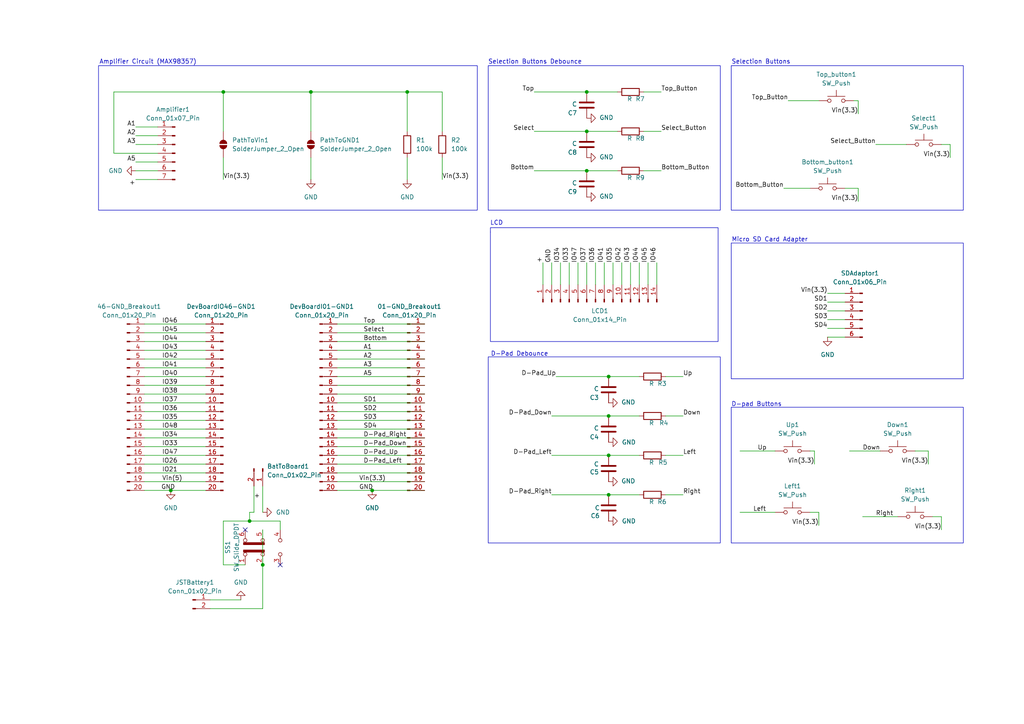
<source format=kicad_sch>
(kicad_sch (version 20231120) (generator "eeschema") (generator_version "8.0")
  (paper "A4")
  (title_block (title "Brain Buddies Assistive Device") (date "2024-11-04") (rev "1.0") (company "Brain Buddies") (comment 2 "Dustin Miller") (comment 3 "Giselle Mendoza") (comment 4 "Melissa De La Cruz"))
  (lib_symbols
    (symbol "Connector:Conn_01x02_Pin" (pin_names (offset 1.016) hide)
      (property "Reference" "J" (at 0 2.54 0))
      (property "Value" "Conn_01x02_Pin" (at 0 -5.08 0))
      (symbol "Conn_01x02_Pin_1_1"
        (polyline (pts (xy 1.27 -2.54) (xy 0.8636 -2.54)) (stroke (width 0.1524)))
        (polyline (pts (xy 1.27 0) (xy 0.8636 0)) (stroke (width 0.1524)))
        (rectangle (start 0.8636 -2.413) (end 0 -2.667) (stroke (width 0.1524)) (fill (type outline)))
        (rectangle (start 0.8636 0.127) (end 0 -0.127) (stroke (width 0.1524)) (fill (type outline)))
        (pin passive line (at 5.08 0 180) (length 3.81) (name "Pin_1") (number "1"))
        (pin passive line (at 5.08 -2.54 180) (length 3.81) (name "Pin_2") (number "2"))
      )
    )
    (symbol "Connector:Conn_01x06_Pin" (pin_names (offset 1.016) hide)
      (property "Reference" "J" (at 0 7.62 0))
      (property "Value" "Conn_01x06_Pin" (at 0 -10.16 0))
      (symbol "Conn_01x06_Pin_1_1"
        (polyline (pts (xy 1.27 -7.62) (xy 0.8636 -7.62)) (stroke (width 0.1524)))
        (polyline (pts (xy 1.27 -5.08) (xy 0.8636 -5.08)) (stroke (width 0.1524)))
        (polyline (pts (xy 1.27 -2.54) (xy 0.8636 -2.54)) (stroke (width 0.1524)))
        (polyline (pts (xy 1.27 0) (xy 0.8636 0)) (stroke (width 0.1524)))
        (polyline (pts (xy 1.27 2.54) (xy 0.8636 2.54)) (stroke (width 0.1524)))
        (polyline (pts (xy 1.27 5.08) (xy 0.8636 5.08)) (stroke (width 0.1524)))
        (rectangle (start 0.8636 -7.493) (end 0 -7.747) (stroke (width 0.1524)) (fill (type outline)))
        (rectangle (start 0.8636 -4.953) (end 0 -5.207) (stroke (width 0.1524)) (fill (type outline)))
        (rectangle (start 0.8636 -2.413) (end 0 -2.667) (stroke (width 0.1524)) (fill (type outline)))
        (rectangle (start 0.8636 0.127) (end 0 -0.127) (stroke (width 0.1524)) (fill (type outline)))
        (rectangle (start 0.8636 2.667) (end 0 2.413) (stroke (width 0.1524)) (fill (type outline)))
        (rectangle (start 0.8636 5.207) (end 0 4.953) (stroke (width 0.1524)) (fill (type outline)))
        (pin passive line (at 5.08 5.08 180) (length 3.81) (name "Pin_1") (number "1"))
        (pin passive line (at 5.08 2.54 180) (length 3.81) (name "Pin_2") (number "2"))
        (pin passive line (at 5.08 0 180) (length 3.81) (name "Pin_3") (number "3"))
        (pin passive line (at 5.08 -2.54 180) (length 3.81) (name "Pin_4") (number "4"))
        (pin passive line (at 5.08 -5.08 180) (length 3.81) (name "Pin_5") (number "5"))
        (pin passive line (at 5.08 -7.62 180) (length 3.81) (name "Pin_6") (number "6"))
      )
    )
    (symbol "Connector:Conn_01x07_Pin" (pin_names (offset 1.016) hide)
      (property "Reference" "J" (at 0 10.16 0))
      (property "Value" "Conn_01x07_Pin" (at 0 -10.16 0))
      (symbol "Conn_01x07_Pin_1_1"
        (polyline (pts (xy 1.27 -7.62) (xy 0.8636 -7.62)) (stroke (width 0.1524)))
        (polyline (pts (xy 1.27 -5.08) (xy 0.8636 -5.08)) (stroke (width 0.1524)))
        (polyline (pts (xy 1.27 -2.54) (xy 0.8636 -2.54)) (stroke (width 0.1524)))
        (polyline (pts (xy 1.27 0) (xy 0.8636 0)) (stroke (width 0.1524)))
        (polyline (pts (xy 1.27 2.54) (xy 0.8636 2.54)) (stroke (width 0.1524)))
        (polyline (pts (xy 1.27 5.08) (xy 0.8636 5.08)) (stroke (width 0.1524)))
        (polyline (pts (xy 1.27 7.62) (xy 0.8636 7.62)) (stroke (width 0.1524)))
        (rectangle (start 0.8636 -7.493) (end 0 -7.747) (stroke (width 0.1524)) (fill (type outline)))
        (rectangle (start 0.8636 -4.953) (end 0 -5.207) (stroke (width 0.1524)) (fill (type outline)))
        (rectangle (start 0.8636 -2.413) (end 0 -2.667) (stroke (width 0.1524)) (fill (type outline)))
        (rectangle (start 0.8636 0.127) (end 0 -0.127) (stroke (width 0.1524)) (fill (type outline)))
        (rectangle (start 0.8636 2.667) (end 0 2.413) (stroke (width 0.1524)) (fill (type outline)))
        (rectangle (start 0.8636 5.207) (end 0 4.953) (stroke (width 0.1524)) (fill (type outline)))
        (rectangle (start 0.8636 7.747) (end 0 7.493) (stroke (width 0.1524)) (fill (type outline)))
        (pin passive line (at 5.08 7.62 180) (length 3.81) (name "Pin_1") (number "1"))
        (pin passive line (at 5.08 5.08 180) (length 3.81) (name "Pin_2") (number "2"))
        (pin passive line (at 5.08 2.54 180) (length 3.81) (name "Pin_3") (number "3"))
        (pin passive line (at 5.08 0 180) (length 3.81) (name "Pin_4") (number "4"))
        (pin passive line (at 5.08 -2.54 180) (length 3.81) (name "Pin_5") (number "5"))
        (pin passive line (at 5.08 -5.08 180) (length 3.81) (name "Pin_6") (number "6"))
        (pin passive line (at 5.08 -7.62 180) (length 3.81) (name "Pin_7") (number "7"))
      )
    )
    (symbol "Connector:Conn_01x14_Pin" (pin_names (offset 1.016) hide)
      (property "Reference" "J" (at 0 17.78 0))
      (property "Value" "Conn_01x14_Pin" (at 0 -20.32 0))
      (symbol "Conn_01x14_Pin_1_1"
        (polyline (pts (xy 1.27 -17.78) (xy 0.8636 -17.78)) (stroke (width 0.1524)))
        (polyline (pts (xy 1.27 -15.24) (xy 0.8636 -15.24)) (stroke (width 0.1524)))
        (polyline (pts (xy 1.27 -12.7) (xy 0.8636 -12.7)) (stroke (width 0.1524)))
        (polyline (pts (xy 1.27 -10.16) (xy 0.8636 -10.16)) (stroke (width 0.1524)))
        (polyline (pts (xy 1.27 -7.62) (xy 0.8636 -7.62)) (stroke (width 0.1524)))
        (polyline (pts (xy 1.27 -5.08) (xy 0.8636 -5.08)) (stroke (width 0.1524)))
        (polyline (pts (xy 1.27 -2.54) (xy 0.8636 -2.54)) (stroke (width 0.1524)))
        (polyline (pts (xy 1.27 0) (xy 0.8636 0)) (stroke (width 0.1524)))
        (polyline (pts (xy 1.27 2.54) (xy 0.8636 2.54)) (stroke (width 0.1524)))
        (polyline (pts (xy 1.27 5.08) (xy 0.8636 5.08)) (stroke (width 0.1524)))
        (polyline (pts (xy 1.27 7.62) (xy 0.8636 7.62)) (stroke (width 0.1524)))
        (polyline (pts (xy 1.27 10.16) (xy 0.8636 10.16)) (stroke (width 0.1524)))
        (polyline (pts (xy 1.27 12.7) (xy 0.8636 12.7)) (stroke (width 0.1524)))
        (polyline (pts (xy 1.27 15.24) (xy 0.8636 15.24)) (stroke (width 0.1524)))
        (rectangle (start 0.8636 -17.653) (end 0 -17.907) (stroke (width 0.1524)) (fill (type outline)))
        (rectangle (start 0.8636 -15.113) (end 0 -15.367) (stroke (width 0.1524)) (fill (type outline)))
        (rectangle (start 0.8636 -12.573) (end 0 -12.827) (stroke (width 0.1524)) (fill (type outline)))
        (rectangle (start 0.8636 -10.033) (end 0 -10.287) (stroke (width 0.1524)) (fill (type outline)))
        (rectangle (start 0.8636 -7.493) (end 0 -7.747) (stroke (width 0.1524)) (fill (type outline)))
        (rectangle (start 0.8636 -4.953) (end 0 -5.207) (stroke (width 0.1524)) (fill (type outline)))
        (rectangle (start 0.8636 -2.413) (end 0 -2.667) (stroke (width 0.1524)) (fill (type outline)))
        (rectangle (start 0.8636 0.127) (end 0 -0.127) (stroke (width 0.1524)) (fill (type outline)))
        (rectangle (start 0.8636 2.667) (end 0 2.413) (stroke (width 0.1524)) (fill (type outline)))
        (rectangle (start 0.8636 5.207) (end 0 4.953) (stroke (width 0.1524)) (fill (type outline)))
        (rectangle (start 0.8636 7.747) (end 0 7.493) (stroke (width 0.1524)) (fill (type outline)))
        (rectangle (start 0.8636 10.287) (end 0 10.033) (stroke (width 0.1524)) (fill (type outline)))
        (rectangle (start 0.8636 12.827) (end 0 12.573) (stroke (width 0.1524)) (fill (type outline)))
        (rectangle (start 0.8636 15.367) (end 0 15.113) (stroke (width 0.1524)) (fill (type outline)))
        (pin passive line (at 5.08 15.24 180) (length 3.81) (name "Pin_1") (number "1"))
        (pin passive line (at 5.08 -7.62 180) (length 3.81) (name "Pin_10") (number "10"))
        (pin passive line (at 5.08 -10.16 180) (length 3.81) (name "Pin_11") (number "11"))
        (pin passive line (at 5.08 -12.7 180) (length 3.81) (name "Pin_12") (number "12"))
        (pin passive line (at 5.08 -15.24 180) (length 3.81) (name "Pin_13") (number "13"))
        (pin passive line (at 5.08 -17.78 180) (length 3.81) (name "Pin_14") (number "14"))
        (pin passive line (at 5.08 12.7 180) (length 3.81) (name "Pin_2") (number "2"))
        (pin passive line (at 5.08 10.16 180) (length 3.81) (name "Pin_3") (number "3"))
        (pin passive line (at 5.08 7.62 180) (length 3.81) (name "Pin_4") (number "4"))
        (pin passive line (at 5.08 5.08 180) (length 3.81) (name "Pin_5") (number "5"))
        (pin passive line (at 5.08 2.54 180) (length 3.81) (name "Pin_6") (number "6"))
        (pin passive line (at 5.08 0 180) (length 3.81) (name "Pin_7") (number "7"))
        (pin passive line (at 5.08 -2.54 180) (length 3.81) (name "Pin_8") (number "8"))
        (pin passive line (at 5.08 -5.08 180) (length 3.81) (name "Pin_9") (number "9"))
      )
    )
    (symbol "Connector:Conn_01x20_Pin" (pin_names (offset 1.016) hide)
      (property "Reference" "J" (at 0 25.4 0))
      (property "Value" "Conn_01x20_Pin" (at 0 -27.94 0))
      (symbol "Conn_01x20_Pin_1_1"
        (polyline (pts (xy 1.27 -25.4) (xy 0.8636 -25.4)) (stroke (width 0.1524)))
        (polyline (pts (xy 1.27 -22.86) (xy 0.8636 -22.86)) (stroke (width 0.1524)))
        (polyline (pts (xy 1.27 -20.32) (xy 0.8636 -20.32)) (stroke (width 0.1524)))
        (polyline (pts (xy 1.27 -17.78) (xy 0.8636 -17.78)) (stroke (width 0.1524)))
        (polyline (pts (xy 1.27 -15.24) (xy 0.8636 -15.24)) (stroke (width 0.1524)))
        (polyline (pts (xy 1.27 -12.7) (xy 0.8636 -12.7)) (stroke (width 0.1524)))
        (polyline (pts (xy 1.27 -10.16) (xy 0.8636 -10.16)) (stroke (width 0.1524)))
        (polyline (pts (xy 1.27 -7.62) (xy 0.8636 -7.62)) (stroke (width 0.1524)))
        (polyline (pts (xy 1.27 -5.08) (xy 0.8636 -5.08)) (stroke (width 0.1524)))
        (polyline (pts (xy 1.27 -2.54) (xy 0.8636 -2.54)) (stroke (width 0.1524)))
        (polyline (pts (xy 1.27 0) (xy 0.8636 0)) (stroke (width 0.1524)))
        (polyline (pts (xy 1.27 2.54) (xy 0.8636 2.54)) (stroke (width 0.1524)))
        (polyline (pts (xy 1.27 5.08) (xy 0.8636 5.08)) (stroke (width 0.1524)))
        (polyline (pts (xy 1.27 7.62) (xy 0.8636 7.62)) (stroke (width 0.1524)))
        (polyline (pts (xy 1.27 10.16) (xy 0.8636 10.16)) (stroke (width 0.1524)))
        (polyline (pts (xy 1.27 12.7) (xy 0.8636 12.7)) (stroke (width 0.1524)))
        (polyline (pts (xy 1.27 15.24) (xy 0.8636 15.24)) (stroke (width 0.1524)))
        (polyline (pts (xy 1.27 17.78) (xy 0.8636 17.78)) (stroke (width 0.1524)))
        (polyline (pts (xy 1.27 20.32) (xy 0.8636 20.32)) (stroke (width 0.1524)))
        (polyline (pts (xy 1.27 22.86) (xy 0.8636 22.86)) (stroke (width 0.1524)))
        (rectangle (start 0.8636 -25.273) (end 0 -25.527) (stroke (width 0.1524)) (fill (type outline)))
        (rectangle (start 0.8636 -22.733) (end 0 -22.987) (stroke (width 0.1524)) (fill (type outline)))
        (rectangle (start 0.8636 -20.193) (end 0 -20.447) (stroke (width 0.1524)) (fill (type outline)))
        (rectangle (start 0.8636 -17.653) (end 0 -17.907) (stroke (width 0.1524)) (fill (type outline)))
        (rectangle (start 0.8636 -15.113) (end 0 -15.367) (stroke (width 0.1524)) (fill (type outline)))
        (rectangle (start 0.8636 -12.573) (end 0 -12.827) (stroke (width 0.1524)) (fill (type outline)))
        (rectangle (start 0.8636 -10.033) (end 0 -10.287) (stroke (width 0.1524)) (fill (type outline)))
        (rectangle (start 0.8636 -7.493) (end 0 -7.747) (stroke (width 0.1524)) (fill (type outline)))
        (rectangle (start 0.8636 -4.953) (end 0 -5.207) (stroke (width 0.1524)) (fill (type outline)))
        (rectangle (start 0.8636 -2.413) (end 0 -2.667) (stroke (width 0.1524)) (fill (type outline)))
        (rectangle (start 0.8636 0.127) (end 0 -0.127) (stroke (width 0.1524)) (fill (type outline)))
        (rectangle (start 0.8636 2.667) (end 0 2.413) (stroke (width 0.1524)) (fill (type outline)))
        (rectangle (start 0.8636 5.207) (end 0 4.953) (stroke (width 0.1524)) (fill (type outline)))
        (rectangle (start 0.8636 7.747) (end 0 7.493) (stroke (width 0.1524)) (fill (type outline)))
        (rectangle (start 0.8636 10.287) (end 0 10.033) (stroke (width 0.1524)) (fill (type outline)))
        (rectangle (start 0.8636 12.827) (end 0 12.573) (stroke (width 0.1524)) (fill (type outline)))
        (rectangle (start 0.8636 15.367) (end 0 15.113) (stroke (width 0.1524)) (fill (type outline)))
        (rectangle (start 0.8636 17.907) (end 0 17.653) (stroke (width 0.1524)) (fill (type outline)))
        (rectangle (start 0.8636 20.447) (end 0 20.193) (stroke (width 0.1524)) (fill (type outline)))
        (rectangle (start 0.8636 22.987) (end 0 22.733) (stroke (width 0.1524)) (fill (type outline)))
        (pin passive line (at 5.08 22.86 180) (length 3.81) (name "Pin_1") (number "1"))
        (pin passive line (at 5.08 0 180) (length 3.81) (name "Pin_10") (number "10"))
        (pin passive line (at 5.08 -2.54 180) (length 3.81) (name "Pin_11") (number "11"))
        (pin passive line (at 5.08 -5.08 180) (length 3.81) (name "Pin_12") (number "12"))
        (pin passive line (at 5.08 -7.62 180) (length 3.81) (name "Pin_13") (number "13"))
        (pin passive line (at 5.08 -10.16 180) (length 3.81) (name "Pin_14") (number "14"))
        (pin passive line (at 5.08 -12.7 180) (length 3.81) (name "Pin_15") (number "15"))
        (pin passive line (at 5.08 -15.24 180) (length 3.81) (name "Pin_16") (number "16"))
        (pin passive line (at 5.08 -17.78 180) (length 3.81) (name "Pin_17") (number "17"))
        (pin passive line (at 5.08 -20.32 180) (length 3.81) (name "Pin_18") (number "18"))
        (pin passive line (at 5.08 -22.86 180) (length 3.81) (name "Pin_19") (number "19"))
        (pin passive line (at 5.08 20.32 180) (length 3.81) (name "Pin_2") (number "2"))
        (pin passive line (at 5.08 -25.4 180) (length 3.81) (name "Pin_20") (number "20"))
        (pin passive line (at 5.08 17.78 180) (length 3.81) (name "Pin_3") (number "3"))
        (pin passive line (at 5.08 15.24 180) (length 3.81) (name "Pin_4") (number "4"))
        (pin passive line (at 5.08 12.7 180) (length 3.81) (name "Pin_5") (number "5"))
        (pin passive line (at 5.08 10.16 180) (length 3.81) (name "Pin_6") (number "6"))
        (pin passive line (at 5.08 7.62 180) (length 3.81) (name "Pin_7") (number "7"))
        (pin passive line (at 5.08 5.08 180) (length 3.81) (name "Pin_8") (number "8"))
        (pin passive line (at 5.08 2.54 180) (length 3.81) (name "Pin_9") (number "9"))
      )
    )
    (symbol "Device:C" (pin_numbers hide) (pin_names (offset 0.254))
      (property "Reference" "C" (at 0.635 2.54 0))
      (property "Value" "C" (at 0.635 -2.54 0))
      (symbol "C_0_1"
        (polyline (pts (xy -2.032 -0.762) (xy 2.032 -0.762)) (stroke (width 0.508)))
        (polyline (pts (xy -2.032 0.762) (xy 2.032 0.762)) (stroke (width 0.508)))
      )
      (symbol "C_1_1"
        (pin passive line (at 0 3.81 270) (length 2.794) (name "~") (number "1"))
        (pin passive line (at 0 -3.81 90) (length 2.794) (name "~") (number "2"))
      )
    )
    (symbol "Device:R" (pin_numbers hide) (pin_names (offset 0))
      (property "Reference" "R" (at 2.032 0 90))
      (property "Value" "R" (at 0 0 90))
      (symbol "R_0_1"
        (rectangle (start -1.016 -2.54) (end 1.016 2.54) (stroke (width 0.254)))
      )
      (symbol "R_1_1"
        (pin passive line (at 0 3.81 270) (length 1.27) (name "~") (number "1"))
        (pin passive line (at 0 -3.81 90) (length 1.27) (name "~") (number "2"))
      )
    )
    (symbol "Jumper:SolderJumper_2_Open" (pin_numbers hide) (pin_names (offset 0) hide) (exclude_from_sim yes) (in_bom no)
      (property "Reference" "JP" (at 0 2.032 0))
      (property "Value" "SolderJumper_2_Open" (at 0 -2.54 0))
      (symbol "SolderJumper_2_Open_0_1"
        (arc (start -0.254 1.016) (mid -1.2656 0) (end -0.254 -1.016))
        (arc (start -0.254 1.016) (mid -1.2656 0) (end -0.254 -1.016) (fill (type outline)))
        (polyline (pts (xy -0.254 1.016) (xy -0.254 -1.016)))
        (polyline (pts (xy 0.254 1.016) (xy 0.254 -1.016)))
        (arc (start 0.254 -1.016) (mid 1.2656 0) (end 0.254 1.016))
        (arc (start 0.254 -1.016) (mid 1.2656 0) (end 0.254 1.016) (fill (type outline)))
      )
      (symbol "SolderJumper_2_Open_1_1"
        (pin passive line (at -3.81 0 0) (length 2.54) (name "A") (number "1"))
        (pin passive line (at 3.81 0 180) (length 2.54) (name "B") (number "2"))
      )
    )
    (symbol "Switch:SW_Push" (pin_numbers hide) (pin_names (offset 1.016) hide)
      (property "Reference" "SW" (at 1.27 2.54 0))
      (property "Value" "SW_Push" (at 0 -1.524 0))
      (symbol "SW_Push_0_1"
        (circle (center -2.032 0) (radius 0.508))
        (polyline (pts (xy 0 1.27) (xy 0 3.048)))
        (polyline (pts (xy 2.54 1.27) (xy -2.54 1.27)))
        (circle (center 2.032 0) (radius 0.508))
        (pin passive line (at -5.08 0 0) (length 2.54) (name "1") (number "1"))
        (pin passive line (at 5.08 0 180) (length 2.54) (name "2") (number "2"))
      )
    )
    (symbol "Switch:SW_Slide_DPDT" (pin_names (offset 0) hide)
      (property "Reference" "SW" (at 0 6.858 0))
      (property "Value" "SW_Slide_DPDT" (at 0 -8.128 0))
      (symbol "SW_Slide_DPDT_0_0"
        (circle (center -2.032 -5.08) (radius 0.508))
        (circle (center -2.032 5.08) (radius 0.508))
        (circle (center 2.032 -5.08) (radius 0.508))
        (circle (center 2.032 0) (radius 0.508))
      )
      (symbol "SW_Slide_DPDT_0_1"
        (circle (center -2.032 0) (radius 0.508))
        (circle (center 2.032 5.08) (radius 0.508))
      )
      (symbol "SW_Slide_DPDT_1_1"
        (rectangle (start -1.397 5.588) (end -0.762 -0.508) (fill (type outline)))
        (rectangle (start 0.762 5.588) (end 1.397 -0.508) (fill (type outline)))
        (pin passive line (at -5.08 5.08 0) (length 2.54) (name "A") (number "1"))
        (pin passive line (at -5.08 0 0) (length 2.54) (name "B") (number "2"))
        (pin passive line (at -5.08 -5.08 0) (length 2.54) (name "C") (number "3"))
        (pin passive line (at 5.08 -5.08 180) (length 2.54) (name "A") (number "4"))
        (pin passive line (at 5.08 0 180) (length 2.54) (name "B") (number "5"))
        (pin passive line (at 5.08 5.08 180) (length 2.54) (name "C") (number "6"))
      )
    )
    (symbol "power:GND" (power) (pin_numbers hide) (pin_names (offset 0) hide)
      (property "Value" "GND" (at 0 -3.81 0))
      (symbol "GND_0_1"
        (polyline (pts (xy 0 0) (xy 0 -1.27) (xy 1.27 -1.27) (xy 0 -2.54) (xy -1.27 -1.27) (xy 0 -1.27)))
      )
      (symbol "GND_1_1"
        (pin power_in line (at 0 0 270) (length 0) (name "~") (number "1"))
      )
    )
  )
  (junction (at 176.53 132.08))
  (junction (at 118.11 26.67))
  (junction (at 176.53 143.51))
  (junction (at 72.39 151.13))
  (junction (at 107.95 142.24))
  (junction (at 76.2 163.83))
  (junction (at 176.53 109.22))
  (junction (at 170.18 26.67))
  (junction (at 170.18 38.1))
  (junction (at 64.77 26.67))
  (junction (at 170.18 49.53))
  (junction (at 90.17 26.67))
  (junction (at 49.53 142.24))
  (junction (at 176.53 120.65))
  (no_connect (at 71.12 153.67))
  (no_connect (at 81.28 163.83))
  (wire (pts (xy 165.1 76.2) (xy 165.1 82.55)))
  (wire (pts (xy 41.91 132.08) (xy 59.69 132.08)))
  (wire (pts (xy 157.48 76.2) (xy 157.48 82.55)))
  (wire (pts (xy 180.34 76.2) (xy 180.34 82.55)))
  (wire (pts (xy 97.79 93.98) (xy 123.19 93.98)))
  (wire (pts (xy 81.28 153.67) (xy 81.28 151.13)))
  (wire (pts (xy 237.49 148.59) (xy 237.49 152.4)))
  (wire (pts (xy 41.91 134.62) (xy 59.69 134.62)))
  (wire (pts (xy 45.72 36.83) (xy 39.37 36.83)))
  (wire (pts (xy 270.51 149.86) (xy 273.05 149.86)))
  (wire (pts (xy 41.91 127) (xy 59.69 127)))
  (wire (pts (xy 39.37 41.91) (xy 45.72 41.91)))
  (wire (pts (xy 154.94 26.67) (xy 170.18 26.67)))
  (wire (pts (xy 170.18 76.2) (xy 170.18 82.55)))
  (wire (pts (xy 64.77 26.67) (xy 64.77 38.1)))
  (wire (pts (xy 182.88 76.2) (xy 182.88 82.55)))
  (wire (pts (xy 275.59 41.91) (xy 275.59 45.72)))
  (wire (pts (xy 41.91 119.38) (xy 59.69 119.38)))
  (wire (pts (xy 240.03 90.17) (xy 245.11 90.17)))
  (wire (pts (xy 172.72 76.2) (xy 172.72 82.55)))
  (wire (pts (xy 185.42 76.2) (xy 185.42 82.55)))
  (wire (pts (xy 240.03 87.63) (xy 245.11 87.63)))
  (wire (pts (xy 97.79 106.68) (xy 123.19 106.68)))
  (wire (pts (xy 118.11 45.72) (xy 118.11 52.07)))
  (wire (pts (xy 176.53 132.08) (xy 185.42 132.08)))
  (wire (pts (xy 246.38 130.81) (xy 255.27 130.81)))
  (wire (pts (xy 250.19 149.86) (xy 260.35 149.86)))
  (wire (pts (xy 193.04 132.08) (xy 198.12 132.08)))
  (wire (pts (xy 186.69 38.1) (xy 191.77 38.1)))
  (wire (pts (xy 41.91 121.92) (xy 59.69 121.92)))
  (wire (pts (xy 73.66 140.97) (xy 73.66 148.59)))
  (wire (pts (xy 176.53 109.22) (xy 185.42 109.22)))
  (wire (pts (xy 118.11 26.67) (xy 118.11 38.1)))
  (wire (pts (xy 170.18 26.67) (xy 179.07 26.67)))
  (wire (pts (xy 41.91 96.52) (xy 59.69 96.52)))
  (wire (pts (xy 41.91 111.76) (xy 59.69 111.76)))
  (wire (pts (xy 167.64 76.2) (xy 167.64 82.55)))
  (wire (pts (xy 236.22 130.81) (xy 236.22 134.62)))
  (wire (pts (xy 97.79 129.54) (xy 123.19 129.54)))
  (wire (pts (xy 128.27 26.67) (xy 128.27 38.1)))
  (wire (pts (xy 97.79 116.84) (xy 123.19 116.84)))
  (wire (pts (xy 41.91 104.14) (xy 59.69 104.14)))
  (wire (pts (xy 193.04 120.65) (xy 198.12 120.65)))
  (wire (pts (xy 161.29 109.22) (xy 176.53 109.22)))
  (wire (pts (xy 240.03 92.71) (xy 245.11 92.71)))
  (wire (pts (xy 97.79 134.62) (xy 123.19 134.62)))
  (wire (pts (xy 176.53 120.65) (xy 185.42 120.65)))
  (wire (pts (xy 33.02 44.45) (xy 33.02 26.67)))
  (wire (pts (xy 72.39 151.13) (xy 72.39 148.59)))
  (wire (pts (xy 107.95 142.24) (xy 123.19 142.24)))
  (wire (pts (xy 227.33 54.61) (xy 234.95 54.61)))
  (wire (pts (xy 33.02 26.67) (xy 64.77 26.67)))
  (wire (pts (xy 71.12 163.83) (xy 64.77 163.83)))
  (wire (pts (xy 154.94 49.53) (xy 170.18 49.53)))
  (wire (pts (xy 97.79 109.22) (xy 123.19 109.22)))
  (wire (pts (xy 162.56 76.2) (xy 162.56 82.55)))
  (wire (pts (xy 128.27 45.72) (xy 128.27 52.07)))
  (wire (pts (xy 73.66 148.59) (xy 72.39 148.59)))
  (wire (pts (xy 41.91 139.7) (xy 59.69 139.7)))
  (wire (pts (xy 41.91 116.84) (xy 59.69 116.84)))
  (wire (pts (xy 64.77 151.13) (xy 72.39 151.13)))
  (wire (pts (xy 41.91 109.22) (xy 59.69 109.22)))
  (wire (pts (xy 214.63 130.81) (xy 224.79 130.81)))
  (wire (pts (xy 97.79 124.46) (xy 123.19 124.46)))
  (wire (pts (xy 160.02 76.2) (xy 160.02 82.55)))
  (wire (pts (xy 214.63 148.59) (xy 224.79 148.59)))
  (wire (pts (xy 228.6 29.21) (xy 237.49 29.21)))
  (wire (pts (xy 39.37 49.53) (xy 45.72 49.53)))
  (wire (pts (xy 76.2 140.97) (xy 76.2 148.59)))
  (wire (pts (xy 41.91 106.68) (xy 59.69 106.68)))
  (wire (pts (xy 177.8 76.2) (xy 177.8 82.55)))
  (wire (pts (xy 97.79 132.08) (xy 123.19 132.08)))
  (wire (pts (xy 76.2 163.83) (xy 76.2 176.53)))
  (wire (pts (xy 248.92 54.61) (xy 248.92 58.42)))
  (wire (pts (xy 247.65 29.21) (xy 248.92 29.21)))
  (wire (pts (xy 39.37 46.99) (xy 45.72 46.99)))
  (wire (pts (xy 240.03 85.09) (xy 245.11 85.09)))
  (wire (pts (xy 64.77 163.83) (xy 64.77 151.13)))
  (wire (pts (xy 97.79 99.06) (xy 123.19 99.06)))
  (wire (pts (xy 64.77 26.67) (xy 90.17 26.67)))
  (wire (pts (xy 60.96 176.53) (xy 76.2 176.53)))
  (wire (pts (xy 269.24 130.81) (xy 269.24 134.62)))
  (wire (pts (xy 41.91 137.16) (xy 59.69 137.16)))
  (wire (pts (xy 41.91 142.24) (xy 49.53 142.24)))
  (wire (pts (xy 176.53 143.51) (xy 185.42 143.51)))
  (wire (pts (xy 97.79 96.52) (xy 123.19 96.52)))
  (wire (pts (xy 76.2 153.67) (xy 76.2 163.83)))
  (wire (pts (xy 160.02 132.08) (xy 176.53 132.08)))
  (wire (pts (xy 90.17 45.72) (xy 90.17 52.07)))
  (wire (pts (xy 160.02 120.65) (xy 176.53 120.65)))
  (wire (pts (xy 265.43 130.81) (xy 269.24 130.81)))
  (wire (pts (xy 97.79 104.14) (xy 123.19 104.14)))
  (wire (pts (xy 41.91 129.54) (xy 59.69 129.54)))
  (wire (pts (xy 41.91 124.46) (xy 59.69 124.46)))
  (wire (pts (xy 187.96 76.2) (xy 187.96 82.55)))
  (wire (pts (xy 190.5 76.2) (xy 190.5 82.55)))
  (wire (pts (xy 41.91 93.98) (xy 59.69 93.98)))
  (wire (pts (xy 97.79 114.3) (xy 123.19 114.3)))
  (wire (pts (xy 97.79 119.38) (xy 123.19 119.38)))
  (wire (pts (xy 90.17 26.67) (xy 90.17 38.1)))
  (wire (pts (xy 170.18 38.1) (xy 179.07 38.1)))
  (wire (pts (xy 39.37 39.37) (xy 45.72 39.37)))
  (wire (pts (xy 273.05 149.86) (xy 273.05 153.67)))
  (wire (pts (xy 97.79 101.6) (xy 123.19 101.6)))
  (wire (pts (xy 175.26 76.2) (xy 175.26 82.55)))
  (wire (pts (xy 193.04 109.22) (xy 198.12 109.22)))
  (wire (pts (xy 97.79 142.24) (xy 107.95 142.24)))
  (wire (pts (xy 49.53 142.24) (xy 59.69 142.24)))
  (wire (pts (xy 60.96 173.99) (xy 69.85 173.99)))
  (wire (pts (xy 41.91 99.06) (xy 59.69 99.06)))
  (wire (pts (xy 248.92 29.21) (xy 248.92 33.02)))
  (wire (pts (xy 97.79 111.76) (xy 123.19 111.76)))
  (wire (pts (xy 97.79 127) (xy 123.19 127)))
  (wire (pts (xy 186.69 26.67) (xy 191.77 26.67)))
  (wire (pts (xy 170.18 49.53) (xy 179.07 49.53)))
  (wire (pts (xy 81.28 151.13) (xy 72.39 151.13)))
  (wire (pts (xy 254 41.91) (xy 262.89 41.91)))
  (wire (pts (xy 154.94 38.1) (xy 170.18 38.1)))
  (wire (pts (xy 64.77 45.72) (xy 64.77 52.07)))
  (wire (pts (xy 234.95 130.81) (xy 236.22 130.81)))
  (wire (pts (xy 273.05 41.91) (xy 275.59 41.91)))
  (wire (pts (xy 240.03 97.79) (xy 245.11 97.79)))
  (wire (pts (xy 186.69 49.53) (xy 191.77 49.53)))
  (wire (pts (xy 234.95 148.59) (xy 237.49 148.59)))
  (wire (pts (xy 97.79 139.7) (xy 123.19 139.7)))
  (wire (pts (xy 39.37 52.07) (xy 45.72 52.07)))
  (wire (pts (xy 240.03 95.25) (xy 245.11 95.25)))
  (wire (pts (xy 160.02 143.51) (xy 176.53 143.51)))
  (wire (pts (xy 193.04 143.51) (xy 198.12 143.51)))
  (wire (pts (xy 97.79 121.92) (xy 123.19 121.92)))
  (wire (pts (xy 41.91 101.6) (xy 59.69 101.6)))
  (wire (pts (xy 118.11 26.67) (xy 128.27 26.67)))
  (wire (pts (xy 45.72 44.45) (xy 33.02 44.45)))
  (wire (pts (xy 90.17 26.67) (xy 118.11 26.67)))
  (wire (pts (xy 245.11 54.61) (xy 248.92 54.61)))
  (wire (pts (xy 41.91 114.3) (xy 59.69 114.3)))
  (wire (pts (xy 97.79 137.16) (xy 123.19 137.16)))
  (rectangle (start 142.24 66.04) (end 208.28 99.06))
  (rectangle (start 141.605 19.05) (end 208.915 60.96))
  (rectangle (start 142.24 67.31) (end 142.24 67.31))
  (rectangle (start 212.09 118.11) (end 279.4 157.48))
  (rectangle (start 28.575 19.05) (end 138.43 60.96))
  (rectangle (start 141.605 103.5103) (end 208.915 157.4853))
  (rectangle (start 212.09 70.485) (end 279.4 109.855))
  (rectangle (start 212.09 19.05) (end 279.4 60.96))
  (rectangle (start 143.51 66.04) (end 143.51 66.04))
  (text "Micro SD Card Adapter\n" (at 223.266 69.596 0) (effects (font (size 1.27 1.27))))
  (text "D-Pad Debounce\n" (at 150.6915 102.7483 0) (effects (font (size 1.27 1.27))))
  (text "LCD " (at 144.526 64.77 0) (effects (font (size 1.27 1.27))))
  (text "D-pad Buttons" (at 219.456 117.348 0) (effects (font (size 1.27 1.27))))
  (text "Selection Buttons Debounce" (at 155.194 18.034 0) (effects (font (size 1.27 1.27))))
  (text "Selection Buttons" (at 220.726 18.034 0) (effects (font (size 1.27 1.27))))
  (text "Amplifier Circuit (MAX98357)" (at 42.926 18.034 0) (effects (font (size 1.27 1.27))))
  (label "IO37" (at 170.18 76.2 90))
  (label "+" (at 39.37 52.07 270))
  (label "Left" (at 218.44 148.59 0))
  (label "IO37" (at 46.99 116.84 0))
  (label "IO47" (at 167.64 76.2 90))
  (label "D-Pad_Left" (at 160.02 132.08 180))
  (label "Right" (at 198.12 143.51 0))
  (label "SD2" (at 240.03 90.17 180))
  (label "GND" (at 160.02 76.2 90))
  (label "A1" (at 105.41 101.6 0))
  (label "SD3" (at 240.03 92.71 180))
  (label "IO33" (at 165.1 76.2 90))
  (label "SD4" (at 105.41 124.46 0))
  (label "IO43" (at 46.99 101.6 0))
  (label "Bottom" (at 105.41 99.06 0))
  (label "Bottom_Button" (at 227.33 54.61 180))
  (label "IO46" (at 190.5 76.2 90))
  (label "Vin(3.3)" (at 64.77 52.07 0))
  (label "Top_Button" (at 228.6 29.21 180))
  (label "A1" (at 39.37 36.83 180))
  (label "Vin(3.3)" (at 128.27 52.07 0))
  (label "Vin(3.3)" (at 275.59 45.72 180))
  (label "D-Pad_Up" (at 105.41 132.08 0))
  (label "Select" (at 154.94 38.1 180))
  (label "D-Pad_Left" (at 105.41 134.62 0))
  (label "IO36" (at 172.72 76.2 90))
  (label "D-Pad_Down" (at 105.41 129.54 0))
  (label "IO43" (at 182.88 76.2 90))
  (label "Up" (at 198.12 109.22 0))
  (label "A3" (at 39.37 41.91 180))
  (label "IO44" (at 46.99 99.06 0))
  (label "IO33" (at 46.99 129.54 0))
  (label "IO40" (at 46.99 109.22 0))
  (label "Left" (at 198.12 132.08 0))
  (label "Select" (at 105.41 96.52 0))
  (label "GND" (at 104.14 142.24 0))
  (label "GND" (at 50.8 142.24 180))
  (label "Top" (at 154.94 26.67 180))
  (label "IO42" (at 180.34 76.2 90))
  (label "IO35" (at 46.99 121.92 0))
  (label "Vin(3.3)" (at 273.05 153.67 180))
  (label "SD3" (at 105.41 121.92 0))
  (label "+" (at 157.48 76.2 90))
  (label "Down" (at 250.19 130.81 0))
  (label "SD1" (at 240.03 87.63 180))
  (label "+" (at 73.66 144.78 0))
  (label "Vin(5)" (at 46.99 139.7 0))
  (label "Vin(3.3)" (at 248.92 58.42 180))
  (label "Up" (at 219.71 130.81 0))
  (label "IO21" (at 46.99 137.16 0))
  (label "IO35" (at 177.8 76.2 90))
  (label "Select_Button" (at 191.77 38.1 0))
  (label "D-Pad_Right" (at 160.02 143.51 180))
  (label "Vin(3.3)" (at 269.24 134.62 180))
  (label "SD1" (at 105.41 116.84 0))
  (label "A3" (at 105.41 106.68 0))
  (label "IO47" (at 46.99 132.08 0))
  (label "D-Pad_Right" (at 105.41 127 0))
  (label "Vin(3.3)" (at 104.14 139.7 0))
  (label "IO41" (at 46.99 106.68 0))
  (label "Top_Button" (at 191.77 26.67 0))
  (label "Down" (at 198.12 120.65 0))
  (label "IO39" (at 46.99 111.76 0))
  (label "IO42" (at 46.99 104.14 0))
  (label "IO26" (at 46.99 134.62 0))
  (label "IO38" (at 46.99 114.3 0))
  (label "IO41" (at 175.26 76.2 90))
  (label "Select_Button" (at 254 41.91 180))
  (label "IO34" (at 162.56 76.2 90))
  (label "SD4" (at 240.03 95.25 180))
  (label "IO44" (at 185.42 76.2 90))
  (label "IO45" (at 46.99 96.52 0))
  (label "Bottom_Button" (at 191.77 49.53 0))
  (label "IO36" (at 46.99 119.38 0))
  (label "Vin(3.3)" (at 237.49 152.4 180))
  (label "IO45" (at 187.96 76.2 90))
  (label "Vin(3.3)" (at 240.03 85.09 180))
  (label "A2" (at 105.41 104.14 0))
  (label "A2" (at 39.37 39.37 180))
  (label "A5" (at 105.41 109.22 0))
  (label "A5" (at 39.37 46.99 180))
  (label "D-Pad_Up" (at 161.29 109.22 180))
  (label "Top" (at 105.41 93.98 0))
  (label "IO46" (at 46.99 93.98 0))
  (label "Vin(3.3)" (at 248.92 33.02 180))
  (label "SD2" (at 105.41 119.38 0))
  (label "Bottom" (at 154.94 49.53 180))
  (label "Vin(3.3)" (at 236.22 134.62 180))
  (label "IO34" (at 46.99 127 0))
  (label "IO48" (at 46.99 124.46 0))
  (label "D-Pad_Down" (at 160.02 120.65 180))
  (label "Right" (at 254 149.86 0))
  (symbol (lib_id "Device:C") (at 176.53 113.03 0) (mirror y) (unit 1)
    (property "Reference" "C3" (at 173.736 115.316 0) (effects (justify left)))
    (property "Value" "C" (at 173.736 112.776 0) (effects (justify left)))
    (property "Footprint" "Capacitor_SMD:C_0805_2012Metric_Pad1.18x1.45mm_HandSolder" (effects (hide yes)))
    (property "Description" "Unpolarized capacitor" (effects (hide yes)))
  )
  (symbol (lib_id "Connector:Conn_01x02_Pin") (at 76.2 135.89 270) (unit 1)
    (property "Reference" "BatToBoard1" (at 77.47 135.2549 90) (effects (justify left)))
    (property "Value" "Conn_01x02_Pin" (at 77.47 137.7949 90) (effects (justify left)))
    (property "Footprint" "Connector_PinHeader_2.54mm:PinHeader_1x02_P2.54mm_Vertical" (effects (hide yes)))
    (property "Description" "Generic connector, single row, 01x02, script generated" (effects (hide yes)))
  )
  (symbol (lib_id "power:GND") (at 176.53 151.13 90) (unit 1)
    (property "Reference" "#PWR05" (effects (hide yes)))
    (property "Value" "GND" (at 180.34 151.1299 90) (effects (justify right)))
    (property "Description" "Power symbol creates a global label with name \"GND\" , ground" (effects (hide yes)))
  )
  (symbol (lib_id "Switch:SW_Push") (at 267.97 41.91 0) (unit 1)
    (property "Reference" "Select1" (at 267.97 34.29 0))
    (property "Value" "SW_Push" (at 267.97 36.83 0))
    (property "Footprint" "Button_Switch_SMD:SW_SPST_PTS810" (effects (hide yes)))
    (property "Description" "Push button switch, generic, two pins" (effects (hide yes)))
  )
  (symbol (lib_id "power:GND") (at 240.03 97.79 0) (unit 1)
    (property "Reference" "#PWR017" (effects (hide yes)))
    (property "Value" "GND" (at 240.03 102.87 0))
    (property "Description" "Power symbol creates a global label with name \"GND\" , ground" (effects (hide yes)))
  )
  (symbol (lib_id "Device:R") (at 182.88 49.53 270) (unit 1)
    (property "Reference" "R9" (at 185.674 51.562 90))
    (property "Value" "R" (at 182.626 51.562 90))
    (property "Footprint" "Resistor_SMD:R_0805_2012Metric_Pad1.20x1.40mm_HandSolder" (effects (hide yes)))
    (property "Description" "Resistor" (effects (hide yes)))
  )
  (symbol (lib_id "Switch:SW_Push") (at 240.03 54.61 0) (unit 1)
    (property "Reference" "Bottom_button1" (at 240.03 46.99 0))
    (property "Value" "SW_Push" (at 240.03 49.53 0))
    (property "Footprint" "Button_Switch_SMD:SW_SPST_PTS810" (effects (hide yes)))
    (property "Description" "Push button switch, generic, two pins" (effects (hide yes)))
  )
  (symbol (lib_id "power:GND") (at 69.85 173.99 180) (unit 1)
    (property "Reference" "#PWR015" (effects (hide yes)))
    (property "Value" "GND" (at 69.85 168.91 0))
    (property "Description" "Power symbol creates a global label with name \"GND\" , ground" (effects (hide yes)))
  )
  (symbol (lib_id "Device:R") (at 182.88 38.1 270) (unit 1)
    (property "Reference" "R8" (at 185.674 40.132 90))
    (property "Value" "R" (at 182.626 40.132 90))
    (property "Footprint" "Resistor_SMD:R_0805_2012Metric_Pad1.20x1.40mm_HandSolder" (effects (hide yes)))
    (property "Description" "Resistor" (effects (hide yes)))
  )
  (symbol (lib_id "power:GND") (at 107.95 142.24 0) (unit 1)
    (property "Reference" "#PWR01" (effects (hide yes)))
    (property "Value" "GND" (at 107.95 147.32 0))
    (property "Description" "Power symbol creates a global label with name \"GND\" , ground" (effects (hide yes)))
  )
  (symbol (lib_id "Connector:Conn_01x20_Pin") (at 36.83 116.84 0) (unit 1)
    (property "Reference" "46-GND_Breakout1" (at 37.465 88.9 0))
    (property "Value" "Conn_01x20_Pin" (at 37.465 91.44 0))
    (property "Footprint" "Connector_PinHeader_2.54mm:PinHeader_1x20_P2.54mm_Vertical" (effects (hide yes)))
    (property "Description" "Generic connector, single row, 01x20, script generated" (effects (hide yes)))
  )
  (symbol (lib_id "Connector:Conn_01x14_Pin") (at 172.72 87.63 90) (unit 1)
    (property "Reference" "LCD1" (at 173.99 90.17 90))
    (property "Value" "Conn_01x14_Pin" (at 173.99 92.71 90))
    (property "Footprint" "Connector_PinHeader_2.54mm:PinHeader_1x14_P2.54mm_Vertical" (effects (hide yes)))
    (property "Description" "Generic connector, single row, 01x14, script generated" (effects (hide yes)))
  )
  (symbol (lib_id "power:GND") (at 118.11 52.07 0) (unit 1)
    (property "Reference" "#PWR018" (effects (hide yes)))
    (property "Value" "GND" (at 118.11 57.15 0))
    (property "Description" "Power symbol creates a global label with name \"GND\" , ground" (effects (hide yes)))
  )
  (symbol (lib_id "Device:R") (at 128.27 41.91 0) (unit 1)
    (property "Reference" "R2" (at 130.81 40.6399 0) (effects (justify left)))
    (property "Value" "100k" (at 130.81 43.1799 0) (effects (justify left)))
    (property "Footprint" "Resistor_SMD:R_0805_2012Metric_Pad1.20x1.40mm_HandSolder" (effects (hide yes)))
    (property "Description" "Resistor" (effects (hide yes)))
  )
  (symbol (lib_id "Switch:SW_Push") (at 265.43 149.86 0) (unit 1)
    (property "Reference" "Right1" (at 265.43 142.24 0))
    (property "Value" "SW_Push" (at 265.43 144.78 0))
    (property "Footprint" "Button_Switch_SMD:SW_SPST_PTS810" (effects (hide yes)))
    (property "Description" "Push button switch, generic, two pins" (effects (hide yes)))
  )
  (symbol (lib_id "Device:C") (at 170.18 41.91 0) (mirror y) (unit 1)
    (property "Reference" "C8" (at 167.386 44.196 0) (effects (justify left)))
    (property "Value" "C" (at 167.386 41.656 0) (effects (justify left)))
    (property "Footprint" "Capacitor_SMD:C_0805_2012Metric_Pad1.18x1.45mm_HandSolder" (effects (hide yes)))
    (property "Description" "Unpolarized capacitor" (effects (hide yes)))
  )
  (symbol (lib_id "Jumper:SolderJumper_2_Open") (at 64.77 41.91 90) (unit 1) (exclude_from_sim yes) (in_bom no)
    (property "Reference" "PathToVin1" (at 67.31 40.6399 90) (effects (justify right)))
    (property "Value" "SolderJumper_2_Open" (at 67.31 43.1799 90) (effects (justify right)))
    (property "Footprint" "Jumper:SolderJumper-2_P1.3mm_Open_RoundedPad1.0x1.5mm" (effects (hide yes)))
    (property "Description" "Solder Jumper, 2-pole, open" (effects (hide yes)))
  )
  (symbol (lib_id "Device:R") (at 182.88 26.67 270) (unit 1)
    (property "Reference" "R7" (at 185.674 28.702 90))
    (property "Value" "R" (at 182.626 28.702 90))
    (property "Footprint" "Resistor_SMD:R_0805_2012Metric_Pad1.20x1.40mm_HandSolder" (effects (hide yes)))
    (property "Description" "Resistor" (effects (hide yes)))
  )
  (symbol (lib_id "Connector:Conn_01x06_Pin") (at 250.19 90.17 0) (mirror y) (unit 1)
    (property "Reference" "SDAdaptor1" (at 249.428 79.248 0))
    (property "Value" "Conn_01x06_Pin" (at 249.428 81.788 0))
    (property "Footprint" "Connector_PinHeader_2.54mm:PinHeader_1x06_P2.54mm_Vertical" (effects (hide yes)))
    (property "Description" "Generic connector, single row, 01x06, script generated" (effects (hide yes)))
  )
  (symbol (lib_id "Device:C") (at 176.53 135.89 0) (unit 1)
    (property "Reference" "C5" (at 173.736 136.906 0) (effects (justify right)))
    (property "Value" "C" (at 173.736 134.6201 0) (effects (justify right)))
    (property "Footprint" "Capacitor_SMD:C_0805_2012Metric_Pad1.18x1.45mm_HandSolder" (effects (hide yes)))
    (property "Description" "Unpolarized capacitor" (effects (hide yes)))
  )
  (symbol (lib_id "Device:C") (at 176.53 147.32 0) (unit 1)
    (property "Reference" "C6" (at 173.99 149.606 0) (effects (justify right)))
    (property "Value" "C" (at 173.99 147.32 0) (effects (justify right)))
    (property "Footprint" "Capacitor_SMD:C_0805_2012Metric_Pad1.18x1.45mm_HandSolder" (effects (hide yes)))
    (property "Description" "Unpolarized capacitor" (effects (hide yes)))
  )
  (symbol (lib_id "Switch:SW_Push") (at 260.35 130.81 0) (unit 1)
    (property "Reference" "Down1" (at 260.35 123.19 0))
    (property "Value" "SW_Push" (at 260.35 125.73 0))
    (property "Footprint" "Button_Switch_SMD:SW_SPST_PTS810" (effects (hide yes)))
    (property "Description" "Push button switch, generic, two pins" (effects (hide yes)))
  )
  (symbol (lib_id "Device:R") (at 189.23 143.51 270) (unit 1)
    (property "Reference" "R6" (at 192.024 145.542 90))
    (property "Value" "R" (at 188.976 145.542 90))
    (property "Footprint" "Resistor_SMD:R_0805_2012Metric_Pad1.20x1.40mm_HandSolder" (effects (hide yes)))
    (property "Description" "Resistor" (effects (hide yes)))
  )
  (symbol (lib_id "power:GND") (at 49.53 142.24 0) (unit 1)
    (property "Reference" "#PWR02" (effects (hide yes)))
    (property "Value" "GND" (at 49.53 147.32 0))
    (property "Description" "Power symbol creates a global label with name \"GND\" , ground" (effects (hide yes)))
  )
  (symbol (lib_id "power:GND") (at 176.53 116.84 90) (unit 1)
    (property "Reference" "#PWR08" (effects (hide yes)))
    (property "Value" "GND" (at 182.2397 116.6555 90))
    (property "Description" "Power symbol creates a global label with name \"GND\" , ground" (effects (hide yes)))
  )
  (symbol (lib_id "Switch:SW_Push") (at 229.87 148.59 0) (unit 1)
    (property "Reference" "Left1" (at 229.87 140.97 0))
    (property "Value" "SW_Push" (at 229.87 143.51 0))
    (property "Footprint" "Button_Switch_SMD:SW_SPST_PTS810" (effects (hide yes)))
    (property "Description" "Push button switch, generic, two pins" (effects (hide yes)))
  )
  (symbol (lib_id "Connector:Conn_01x20_Pin") (at 64.77 116.84 0) (mirror y) (unit 1)
    (property "Reference" "DevBoardIO46-GND1" (at 64.135 88.9 0))
    (property "Value" "Conn_01x20_Pin" (at 64.135 91.44 0))
    (property "Footprint" "Connector_PinHeader_2.54mm:PinHeader_1x20_P2.54mm_Vertical" (effects (hide yes)))
    (property "Description" "Generic connector, single row, 01x20, script generated" (effects (hide yes)))
  )
  (symbol (lib_id "Device:R") (at 189.23 132.08 270) (unit 1)
    (property "Reference" "R5" (at 192.278 134.112 90))
    (property "Value" "R" (at 188.976 134.112 90))
    (property "Footprint" "Resistor_SMD:R_0805_2012Metric_Pad1.20x1.40mm_HandSolder" (effects (hide yes)))
    (property "Description" "Resistor" (effects (hide yes)))
  )
  (symbol (lib_id "Connector:Conn_01x20_Pin") (at 92.71 116.84 0) (unit 1)
    (property "Reference" "DevBoardI01-GND1" (at 93.345 88.9 0))
    (property "Value" "Conn_01x20_Pin" (at 93.345 91.44 0))
    (property "Footprint" "Connector_PinHeader_2.54mm:PinHeader_1x20_P2.54mm_Vertical" (effects (hide yes)))
    (property "Description" "Generic connector, single row, 01x20, script generated" (effects (hide yes)))
  )
  (symbol (lib_id "power:GND") (at 176.53 128.27 90) (unit 1)
    (property "Reference" "#PWR07" (effects (hide yes)))
    (property "Value" "GND" (at 180.34 128.2699 90) (effects (justify right)))
    (property "Description" "Power symbol creates a global label with name \"GND\" , ground" (effects (hide yes)))
  )
  (symbol (lib_id "Switch:SW_Push") (at 229.87 130.81 0) (unit 1)
    (property "Reference" "Up1" (at 229.87 123.19 0))
    (property "Value" "SW_Push" (at 229.87 125.73 0))
    (property "Footprint" "Button_Switch_SMD:SW_SPST_PTS810" (effects (hide yes)))
    (property "Description" "Push button switch, generic, two pins" (effects (hide yes)))
  )
  (symbol (lib_id "power:GND") (at 176.53 139.7 90) (unit 1)
    (property "Reference" "#PWR06" (effects (hide yes)))
    (property "Value" "GND" (at 182.2397 139.5155 90))
    (property "Description" "Power symbol creates a global label with name \"GND\" , ground" (effects (hide yes)))
  )
  (symbol (lib_id "Switch:SW_Push") (at 242.57 29.21 0) (unit 1)
    (property "Reference" "Top_button1" (at 242.57 21.59 0))
    (property "Value" "SW_Push" (at 242.57 24.13 0))
    (property "Footprint" "Button_Switch_SMD:SW_SPST_PTS810" (effects (hide yes)))
    (property "Description" "Push button switch, generic, two pins" (effects (hide yes)))
  )
  (symbol (lib_id "Device:R") (at 189.23 120.65 270) (unit 1)
    (property "Reference" "R4" (at 192.532 122.682 90))
    (property "Value" "R" (at 188.976 122.682 90))
    (property "Footprint" "Resistor_SMD:R_0805_2012Metric_Pad1.20x1.40mm_HandSolder" (effects (hide yes)))
    (property "Description" "Resistor" (effects (hide yes)))
  )
  (symbol (lib_id "Device:C") (at 170.18 30.48 0) (mirror y) (unit 1)
    (property "Reference" "C7" (at 167.386 32.766 0) (effects (justify left)))
    (property "Value" "C" (at 167.386 30.226 0) (effects (justify left)))
    (property "Footprint" "Capacitor_SMD:C_0805_2012Metric_Pad1.18x1.45mm_HandSolder" (effects (hide yes)))
    (property "Description" "Unpolarized capacitor" (effects (hide yes)))
  )
  (symbol (lib_id "Connector:Conn_01x20_Pin") (at 118.11 116.84 0) (unit 1)
    (property "Reference" "01-GND_Breakout1" (at 118.745 88.9 0))
    (property "Value" "Conn_01x20_Pin" (at 118.745 91.44 0))
    (property "Footprint" "Connector_PinHeader_2.54mm:PinHeader_1x20_P2.54mm_Vertical" (effects (hide yes)))
    (property "Description" "Generic connector, single row, 01x20, script generated" (effects (hide yes)))
  )
  (symbol (lib_id "power:GND") (at 170.18 34.29 90) (unit 1)
    (property "Reference" "#PWR021" (effects (hide yes)))
    (property "Value" "GND" (at 175.8897 34.1055 90))
    (property "Description" "Power symbol creates a global label with name \"GND\" , ground" (effects (hide yes)))
  )
  (symbol (lib_id "power:GND") (at 76.2 148.59 90) (unit 1)
    (property "Reference" "#PWR016" (effects (hide yes)))
    (property "Value" "GND" (at 80.01 148.5899 90) (effects (justify right)))
    (property "Description" "Power symbol creates a global label with name \"GND\" , ground" (effects (hide yes)))
  )
  (symbol (lib_id "Connector:Conn_01x07_Pin") (at 50.8 44.45 0) (mirror y) (unit 1)
    (property "Reference" "Amplifier1" (at 50.165 31.75 0))
    (property "Value" "Conn_01x07_Pin" (at 50.165 34.29 0))
    (property "Footprint" "Connector_PinHeader_2.54mm:PinHeader_1x07_P2.54mm_Vertical" (effects (hide yes)))
    (property "Description" "Generic connector, single row, 01x07, script generated" (effects (hide yes)))
  )
  (symbol (lib_id "power:GND") (at 90.17 52.07 0) (unit 1)
    (property "Reference" "#PWR04" (effects (hide yes)))
    (property "Value" "GND" (at 90.17 57.15 0))
    (property "Description" "Power symbol creates a global label with name \"GND\" , ground" (effects (hide yes)))
  )
  (symbol (lib_id "Connector:Conn_01x02_Pin") (at 55.88 173.99 0) (unit 1)
    (property "Reference" "JSTBattery1" (at 56.515 168.91 0))
    (property "Value" "Conn_01x02_Pin" (at 56.515 171.45 0))
    (property "Footprint" "Connector_JST:JST_PH_S2B-PH-K_1x02_P2.00mm_Horizontal" (effects (hide yes)))
    (property "Description" "Generic connector, single row, 01x02, script generated" (effects (hide yes)))
  )
  (symbol (lib_id "Switch:SW_Slide_DPDT") (at 76.2 158.75 90) (unit 1)
    (property "Reference" "SS1" (at 66.04 158.75 0))
    (property "Value" "SW_Slide_DPDT" (at 68.58 158.75 0))
    (property "Footprint" "Button_Switch_SMD:SW_DPDT_CK_JS202011JCQN" (effects (hide yes)))
    (property "Description" "Slide Switch, dual pole double throw" (effects (hide yes)))
  )
  (symbol (lib_id "Device:R") (at 118.11 41.91 0) (unit 1)
    (property "Reference" "R1" (at 120.65 40.6399 0) (effects (justify left)))
    (property "Value" "100k" (at 120.65 43.1799 0) (effects (justify left)))
    (property "Footprint" "Resistor_SMD:R_0805_2012Metric_Pad1.20x1.40mm_HandSolder" (effects (hide yes)))
    (property "Description" "Resistor" (effects (hide yes)))
  )
  (symbol (lib_id "Device:C") (at 170.18 53.34 0) (mirror y) (unit 1)
    (property "Reference" "C9" (at 167.386 55.626 0) (effects (justify left)))
    (property "Value" "C" (at 167.386 53.086 0) (effects (justify left)))
    (property "Footprint" "Capacitor_SMD:C_0805_2012Metric_Pad1.18x1.45mm_HandSolder" (effects (hide yes)))
    (property "Description" "Unpolarized capacitor" (effects (hide yes)))
  )
  (symbol (lib_id "power:GND") (at 170.18 45.72 90) (unit 1)
    (property "Reference" "#PWR019" (effects (hide yes)))
    (property "Value" "GND" (at 175.8897 45.5355 90))
    (property "Description" "Power symbol creates a global label with name \"GND\" , ground" (effects (hide yes)))
  )
  (symbol (lib_id "Jumper:SolderJumper_2_Open") (at 90.17 41.91 90) (unit 1) (exclude_from_sim yes) (in_bom no)
    (property "Reference" "PathToGND1" (at 92.71 40.6399 90) (effects (justify right)))
    (property "Value" "SolderJumper_2_Open" (at 92.71 43.1799 90) (effects (justify right)))
    (property "Footprint" "Jumper:SolderJumper-2_P1.3mm_Open_RoundedPad1.0x1.5mm" (effects (hide yes)))
    (property "Description" "Solder Jumper, 2-pole, open" (effects (hide yes)))
  )
  (symbol (lib_id "Device:R") (at 189.23 109.22 270) (unit 1)
    (property "Reference" "R3" (at 192.024 111.252 90))
    (property "Value" "R" (at 188.976 111.252 90))
    (property "Footprint" "Resistor_SMD:R_0805_2012Metric_Pad1.20x1.40mm_HandSolder" (effects (hide yes)))
    (property "Description" "Resistor" (effects (hide yes)))
  )
  (symbol (lib_id "power:GND") (at 170.18 57.15 90) (unit 1)
    (property "Reference" "#PWR020" (effects (hide yes)))
    (property "Value" "GND" (at 175.8897 56.9655 90))
    (property "Description" "Power symbol creates a global label with name \"GND\" , ground" (effects (hide yes)))
  )
  (symbol (lib_id "Device:C") (at 176.53 124.46 0) (mirror y) (unit 1)
    (property "Reference" "C4" (at 173.736 126.746 0) (effects (justify left)))
    (property "Value" "C" (at 173.736 124.206 0) (effects (justify left)))
    (property "Footprint" "Capacitor_SMD:C_0805_2012Metric_Pad1.18x1.45mm_HandSolder" (effects (hide yes)))
    (property "Description" "Unpolarized capacitor" (effects (hide yes)))
  )
  (symbol (lib_id "power:GND") (at 39.37 49.53 270) (unit 1)
    (property "Reference" "#PWR03" (effects (hide yes)))
    (property "Value" "GND" (at 35.56 49.5299 90) (effects (justify right)))
    (property "Description" "Power symbol creates a global label with name \"GND\" , ground" (effects (hide yes)))
  )
)
</source>
